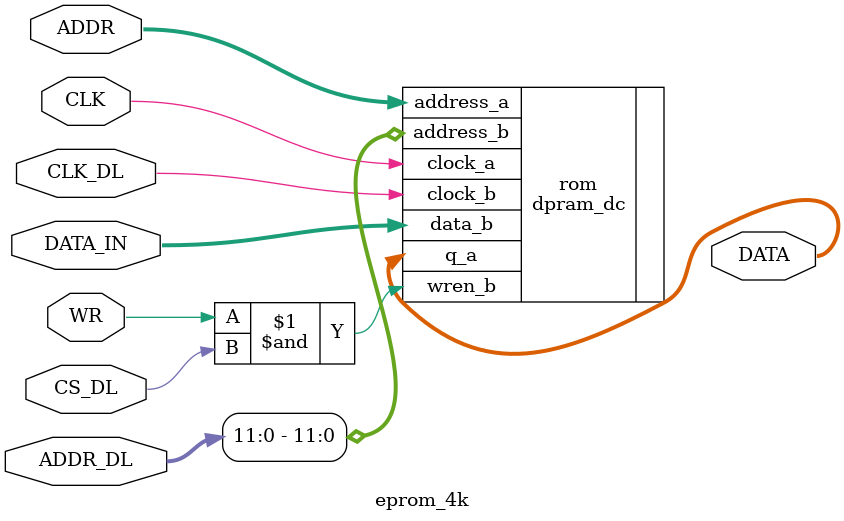
<source format=sv>


module selector
(
    input logic [24:0] ioctl_addr,
    output logic main1_cs, main2_cs, main3_cs, main4_cs, main5_cs,
    output logic tile0_cs, tile1_cs,
    output logic spr_r_cs, spr_b_cs, spr_g_cs
);
    always_comb begin
        {main1_cs, main2_cs, main3_cs, main4_cs, main5_cs,
         tile0_cs, tile1_cs, spr_r_cs, spr_b_cs, spr_g_cs} = 0;

        if(ioctl_addr < 'h1000)      main1_cs = 1;
        else if(ioctl_addr < 'h2000) main2_cs = 1;
        else if(ioctl_addr < 'h3000) main3_cs = 1;
        else if(ioctl_addr < 'h4000) main4_cs = 1;
        else if(ioctl_addr < 'h5000) main5_cs = 1;
        else if(ioctl_addr < 'h6000) tile0_cs = 1;
        else if(ioctl_addr < 'h7000) tile1_cs = 1;
        else if(ioctl_addr < 'h8000) spr_r_cs = 1;
        else if(ioctl_addr < 'h9000) spr_b_cs = 1;
        else if(ioctl_addr < 'hA000) spr_g_cs = 1;
    end
endmodule

////////////
// EPROMS //
////////////

// Generic 4KB ROM module (12-bit address)
module eprom_4k
(
    input logic        CLK,
    input logic        CLK_DL,
    input logic [11:0] ADDR,
    input logic [24:0] ADDR_DL,
    input logic [7:0]  DATA_IN,
    input logic        CS_DL,
    input logic        WR,
    output logic [7:0] DATA
);
    dpram_dc #(.widthad_a(12)) rom
    (
        .clock_a(CLK),
        .address_a(ADDR[11:0]),
        .q_a(DATA[7:0]),
        .clock_b(CLK_DL),
        .address_b(ADDR_DL[11:0]),
        .data_b(DATA_IN),
        .wren_b(WR & CS_DL)
    );
endmodule


</source>
